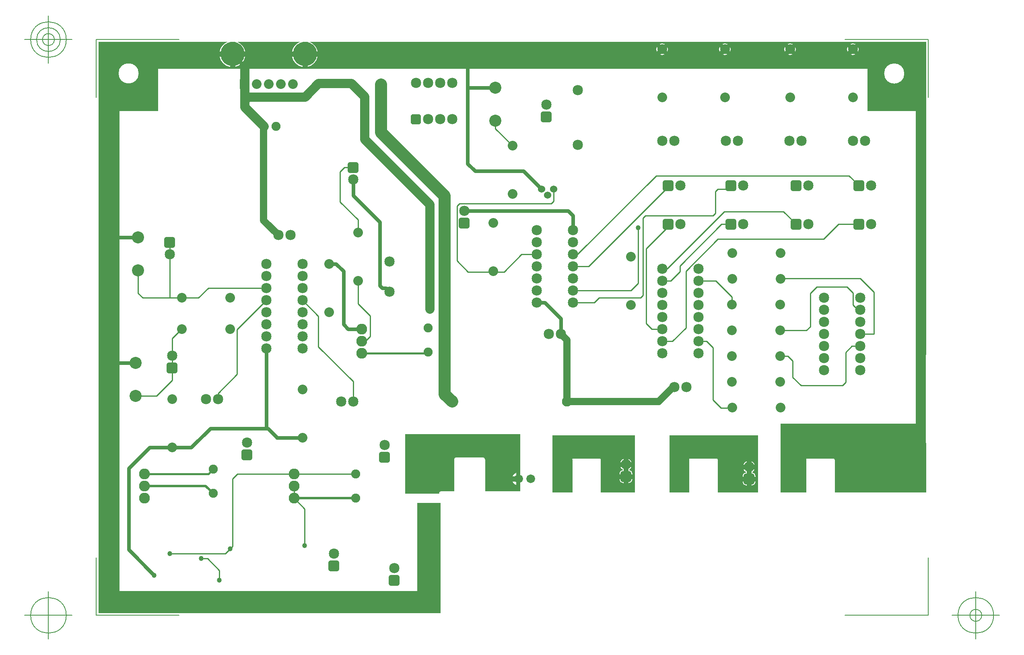
<source format=gbr>
G04 Generated by Ultiboard 14.0 *
%FSLAX24Y24*%
%MOIN*%

%ADD10C,0.0001*%
%ADD11C,0.0001*%
%ADD12C,0.0100*%
%ADD13C,0.0150*%
%ADD14C,0.0200*%
%ADD15C,0.0778*%
%ADD16C,0.0300*%
%ADD17C,0.0585*%
%ADD18C,0.1000*%
%ADD19C,0.0050*%
%ADD20C,0.0850*%
%ADD21C,0.0800*%
%ADD22C,0.0900*%
%ADD23C,0.1000*%
%ADD24R,0.0508X0.0508*%
%ADD25C,0.0392*%
%ADD26C,0.0600*%
%ADD27R,0.0517X0.0517*%
%ADD28C,0.0333*%
%ADD29C,0.0750*%
%ADD30C,0.2000*%
%ADD31R,0.0800X0.0800*%
%ADD32C,0.0833*%
%ADD33C,0.0720*%
%ADD34C,0.0404*%


G04 ColorRGB 0000FF for the following layer *
%LNCopper Bottom*%
%LPD*%
G54D10*
G36*
X101Y101D02*
X101Y101D01*
X28399Y101D01*
X28399Y9200D01*
X26500Y9200D01*
X26500Y1900D01*
X1800Y1900D01*
X1800Y42000D01*
X101Y42000D01*
X101Y101D01*
D02*
G37*
G36*
X16740Y47399D02*
X16740Y47399D01*
X11660Y47399D01*
G74*
D01*
G02X12282Y46601I459J999*
G01*
X12282Y46601D01*
X11658Y46601D01*
G75*
D01*
G02X11658Y46200I-458J-200*
G01*
X11658Y46200D01*
X12282Y46200D01*
G74*
D01*
G02X11401Y45318I1082J200*
G01*
X11401Y45318D01*
X11401Y45942D01*
G75*
D01*
G02X11000Y45942I-200J458*
G01*
X11000Y45942D01*
X11000Y45318D01*
G74*
D01*
G02X10118Y46200I200J1082*
G01*
X10118Y46200D01*
X10742Y46200D01*
G75*
D01*
G02X10742Y46601I457J201*
G01*
X10742Y46601D01*
X10118Y46601D01*
G74*
D01*
G02X10740Y47399I1081J201*
G01*
X10740Y47399D01*
X4970Y47399D01*
X4970Y45200D01*
X64100Y45200D01*
X64000Y47399D01*
X17660Y47399D01*
G74*
D01*
G02X18282Y46601I459J999*
G01*
X18282Y46601D01*
X17658Y46601D01*
G75*
D01*
G02X17658Y46200I-458J-200*
G01*
X17658Y46200D01*
X18282Y46200D01*
G74*
D01*
G02X17401Y45318I1082J200*
G01*
X17401Y45318D01*
X17401Y45942D01*
G75*
D01*
G02X17000Y45942I-200J458*
G01*
X17000Y45942D01*
X17000Y45318D01*
G74*
D01*
G02X16118Y46200I200J1082*
G01*
X16118Y46200D01*
X16742Y46200D01*
G75*
D01*
G02X16742Y46601I457J201*
G01*
X16742Y46601D01*
X16118Y46601D01*
G74*
D01*
G02X16740Y47399I1081J201*
G01*
D02*
G37*
%LPC*%
G36*
X46344Y47005D02*
X46344Y47005D01*
X46549Y46800D01*
X46344Y46595D01*
G75*
D01*
G02X46344Y47005I455J205*
G01*
D02*
G37*
G36*
X46595Y47256D02*
G75*
D01*
G02X47005Y47256I205J-455*
G01*
X47005Y47256D01*
X46800Y47051D01*
X46595Y47256D01*
D02*
G37*
G36*
X47256Y47005D02*
G75*
D01*
G02X47256Y46595I-455J-205*
G01*
X47256Y46595D01*
X47051Y46800D01*
X47256Y47005D01*
D02*
G37*
G36*
X47005Y46344D02*
G75*
D01*
G02X46595Y46344I-205J455*
G01*
X46595Y46344D01*
X46800Y46549D01*
X47005Y46344D01*
D02*
G37*
G36*
X46625Y46800D02*
G75*
D01*
G02X46625Y46800I175J0*
G01*
D02*
G37*
G36*
X51544Y47005D02*
X51544Y47005D01*
X51749Y46800D01*
X51544Y46595D01*
G75*
D01*
G02X51544Y47005I455J205*
G01*
D02*
G37*
G36*
X51795Y47256D02*
G75*
D01*
G02X52205Y47256I205J-455*
G01*
X52205Y47256D01*
X52000Y47051D01*
X51795Y47256D01*
D02*
G37*
G36*
X52456Y47005D02*
G75*
D01*
G02X52456Y46595I-455J-205*
G01*
X52456Y46595D01*
X52251Y46800D01*
X52456Y47005D01*
D02*
G37*
G36*
X52205Y46344D02*
G75*
D01*
G02X51795Y46344I-205J455*
G01*
X51795Y46344D01*
X52000Y46549D01*
X52205Y46344D01*
D02*
G37*
G36*
X51825Y46800D02*
G75*
D01*
G02X51825Y46800I175J0*
G01*
D02*
G37*
G36*
X56944Y47005D02*
X56944Y47005D01*
X57149Y46800D01*
X56944Y46595D01*
G75*
D01*
G02X56944Y47005I455J205*
G01*
D02*
G37*
G36*
X57195Y47256D02*
G75*
D01*
G02X57605Y47256I205J-455*
G01*
X57605Y47256D01*
X57400Y47051D01*
X57195Y47256D01*
D02*
G37*
G36*
X57856Y47005D02*
G75*
D01*
G02X57856Y46595I-455J-205*
G01*
X57856Y46595D01*
X57651Y46800D01*
X57856Y47005D01*
D02*
G37*
G36*
X57605Y46344D02*
G75*
D01*
G02X57195Y46344I-205J455*
G01*
X57195Y46344D01*
X57400Y46549D01*
X57605Y46344D01*
D02*
G37*
G36*
X57225Y46800D02*
G75*
D01*
G02X57225Y46800I175J0*
G01*
D02*
G37*
G36*
X62144Y47005D02*
X62144Y47005D01*
X62349Y46800D01*
X62144Y46595D01*
G75*
D01*
G02X62144Y47005I455J205*
G01*
D02*
G37*
G36*
X62395Y47256D02*
G75*
D01*
G02X62805Y47256I205J-455*
G01*
X62805Y47256D01*
X62600Y47051D01*
X62395Y47256D01*
D02*
G37*
G36*
X63056Y47005D02*
G75*
D01*
G02X63056Y46595I-455J-205*
G01*
X63056Y46595D01*
X62851Y46800D01*
X63056Y47005D01*
D02*
G37*
G36*
X62805Y46344D02*
G75*
D01*
G02X62395Y46344I-205J455*
G01*
X62395Y46344D01*
X62600Y46549D01*
X62805Y46344D01*
D02*
G37*
G36*
X62425Y46800D02*
G75*
D01*
G02X62425Y46800I175J0*
G01*
D02*
G37*
%LPD*%
G36*
X58810Y12911D02*
G75*
D01*
G03X58709Y12810I0J-101*
G01*
X58709Y12810D01*
X58709Y10101D01*
X56600Y10101D01*
X56600Y15780D01*
X68600Y15790D01*
X68649Y12626D01*
X68649Y10101D01*
X61101Y10101D01*
X61101Y12810D01*
G74*
D01*
G03X61000Y12911I101J0*
G01*
X61000Y12911D01*
X58810Y12911D01*
D02*
G37*
G36*
X29549Y12810D02*
G75*
D01*
G02X29750Y13011I201J0*
G01*
X29750Y13011D01*
X31940Y13011D01*
G74*
D01*
G02X32141Y12810I0J201*
G01*
X32141Y12810D01*
X32141Y10201D01*
X35000Y10201D01*
X35000Y10960D01*
G75*
D01*
G02X35000Y11440I-100J240*
G01*
X35000Y11440D01*
X35000Y14900D01*
X25500Y14900D01*
X25500Y10000D01*
X28299Y10000D01*
G75*
D01*
G02X28500Y10201I201J0*
G01*
X28500Y10201D01*
X29549Y10201D01*
X29549Y12810D01*
D02*
G37*
%LPC*%
G36*
X34376Y11399D02*
G74*
D01*
G02X34701Y11724I524J199*
G01*
X34701Y11724D01*
X34701Y11399D01*
X34376Y11399D01*
D02*
G37*
G36*
X34701Y10676D02*
G74*
D01*
G02X34376Y11001I199J524*
G01*
X34376Y11001D01*
X34701Y11001D01*
X34701Y10676D01*
D02*
G37*
%LPD*%
G36*
X49120Y12911D02*
G75*
D01*
G03X49019Y12810I0J-101*
G01*
X49019Y12810D01*
X49019Y10101D01*
X47400Y10101D01*
X47400Y14800D01*
X54700Y14800D01*
X54700Y10101D01*
X51411Y10101D01*
X51411Y12810D01*
G74*
D01*
G03X51310Y12911I101J0*
G01*
X51310Y12911D01*
X49120Y12911D01*
D02*
G37*
%LPC*%
G36*
X53746Y10648D02*
X53746Y10648D01*
X53804Y10648D01*
X53804Y11004D01*
X53448Y11004D01*
X53448Y10946D01*
G75*
D01*
G03X53746Y10648I298J0*
G01*
D02*
G37*
G36*
X54254Y10648D02*
G75*
D01*
G03X54552Y10946I0J298*
G01*
X54552Y10946D01*
X54552Y11004D01*
X54196Y11004D01*
X54196Y10648D01*
X54254Y10648D01*
D02*
G37*
G36*
X53800Y11200D02*
G75*
D01*
G03X53800Y11200I200J0*
G01*
D02*
G37*
G36*
X53509Y12386D02*
X53509Y12386D01*
X53814Y12386D01*
X53814Y12691D01*
G74*
D01*
G03X53509Y12386I186J491*
G01*
D02*
G37*
G36*
X54186Y12691D02*
X54186Y12691D01*
X54186Y12386D01*
X54491Y12386D01*
G74*
D01*
G03X54186Y12691I491J186*
G01*
D02*
G37*
G36*
X54196Y11713D02*
X54196Y11713D01*
X54196Y11396D01*
X54552Y11396D01*
X54552Y11454D01*
G74*
D01*
G03X54273Y11751I298J0*
G01*
G74*
D01*
G03X54491Y12014I273J448*
G01*
X54491Y12014D01*
X54186Y12014D01*
X54186Y11709D01*
G74*
D01*
G03X54196Y11713I190J489*
G01*
D02*
G37*
G36*
X53804Y11713D02*
G74*
D01*
G03X53814Y11709I200J484*
G01*
X53814Y11709D01*
X53814Y12014D01*
X53509Y12014D01*
G74*
D01*
G03X53727Y11751I491J185*
G01*
G74*
D01*
G03X53448Y11454I18J296*
G01*
X53448Y11454D01*
X53448Y11396D01*
X53804Y11396D01*
X53804Y11713D01*
D02*
G37*
G36*
X53825Y12200D02*
G75*
D01*
G03X53825Y12200I175J0*
G01*
D02*
G37*
%LPD*%
G36*
X39440Y12911D02*
G75*
D01*
G03X39339Y12810I0J-101*
G01*
X39339Y12810D01*
X39339Y10101D01*
X37700Y10101D01*
X37700Y14800D01*
X44500Y14800D01*
X44500Y10101D01*
X41731Y10101D01*
X41731Y12810D01*
G74*
D01*
G03X41630Y12911I101J0*
G01*
X41630Y12911D01*
X39440Y12911D01*
D02*
G37*
%LPC*%
G36*
X43546Y10848D02*
X43546Y10848D01*
X43604Y10848D01*
X43604Y11204D01*
X43248Y11204D01*
X43248Y11146D01*
G75*
D01*
G03X43546Y10848I298J0*
G01*
D02*
G37*
G36*
X44054Y10848D02*
G75*
D01*
G03X44352Y11146I0J298*
G01*
X44352Y11146D01*
X44352Y11204D01*
X43996Y11204D01*
X43996Y10848D01*
X44054Y10848D01*
D02*
G37*
G36*
X43600Y11400D02*
G75*
D01*
G03X43600Y11400I200J0*
G01*
D02*
G37*
G36*
X43309Y12586D02*
X43309Y12586D01*
X43614Y12586D01*
X43614Y12891D01*
G74*
D01*
G03X43309Y12586I186J491*
G01*
D02*
G37*
G36*
X43986Y12891D02*
X43986Y12891D01*
X43986Y12586D01*
X44291Y12586D01*
G74*
D01*
G03X43986Y12891I491J186*
G01*
D02*
G37*
G36*
X43996Y11913D02*
X43996Y11913D01*
X43996Y11596D01*
X44352Y11596D01*
X44352Y11654D01*
G74*
D01*
G03X44073Y11951I298J0*
G01*
G74*
D01*
G03X44291Y12214I273J448*
G01*
X44291Y12214D01*
X43986Y12214D01*
X43986Y11909D01*
G74*
D01*
G03X43996Y11913I190J489*
G01*
D02*
G37*
G36*
X43604Y11913D02*
G74*
D01*
G03X43614Y11909I200J484*
G01*
X43614Y11909D01*
X43614Y12214D01*
X43309Y12214D01*
G74*
D01*
G03X43527Y11951I491J185*
G01*
G74*
D01*
G03X43248Y11654I18J296*
G01*
X43248Y11654D01*
X43248Y11596D01*
X43604Y11596D01*
X43604Y11913D01*
D02*
G37*
G36*
X43625Y12400D02*
G75*
D01*
G03X43625Y12400I175J0*
G01*
D02*
G37*
%LPD*%
G36*
X101Y47399D02*
X101Y47399D01*
X5000Y47399D01*
X5000Y41700D01*
X101Y41700D01*
X101Y47399D01*
D02*
G37*
%LPC*%
G36*
X1750Y44800D02*
G75*
D01*
G03X1750Y44800I850J0*
G01*
D02*
G37*
%LPD*%
G36*
X68649Y47399D02*
X68649Y47399D01*
X63800Y47399D01*
X63800Y47300D01*
X63800Y47300D01*
X63800Y41700D01*
X68649Y41700D01*
X68649Y47399D01*
D02*
G37*
%LPC*%
G36*
X65180Y44790D02*
G75*
D01*
G02X65180Y44790I850J0*
G01*
D02*
G37*
%LPD*%
G36*
X68649Y28149D02*
X68649Y28149D01*
X68649Y42000D01*
X67800Y42000D01*
X67800Y14800D01*
X68600Y14700D01*
X68649Y28149D01*
D02*
G37*
G36*
X11401Y46858D02*
X11401Y46858D01*
X11401Y47399D01*
X11000Y47399D01*
X11000Y46858D01*
G75*
D01*
G02X11401Y46858I201J-457*
G01*
D02*
G37*
G36*
X17401Y46858D02*
X17401Y46858D01*
X17401Y47399D01*
X17000Y47399D01*
X17000Y46858D01*
G75*
D01*
G02X17401Y46858I201J-457*
G01*
D02*
G37*
G54D11*
X65180Y44790D02*
G75*
D01*
G02X65180Y44790I850J0*
G01*
X68649Y47399D02*
X63800Y47399D01*
X63800Y47300D01*
X63800Y47300D01*
X63800Y41700D01*
X68649Y41700D01*
X68649Y47399D01*
X68649Y28149D02*
X68649Y42000D01*
X67800Y42000D01*
X67800Y14800D01*
X68600Y14700D01*
X68649Y28149D01*
X1750Y44800D02*
G75*
D01*
G03X1750Y44800I850J0*
G01*
X101Y47399D02*
X5000Y47399D01*
X5000Y41700D01*
X101Y41700D01*
X101Y47399D01*
X43546Y10848D02*
X43604Y10848D01*
X43604Y11204D01*
X43248Y11204D01*
X43248Y11146D01*
G75*
D01*
G03X43546Y10848I298J0*
G01*
X44054Y10848D02*
G75*
D01*
G03X44352Y11146I0J298*
G01*
X44352Y11204D01*
X43996Y11204D01*
X43996Y10848D01*
X44054Y10848D01*
X43600Y11400D02*
G75*
D01*
G03X43600Y11400I200J0*
G01*
X43309Y12586D02*
X43614Y12586D01*
X43614Y12891D01*
G74*
D01*
G03X43309Y12586I186J491*
G01*
X43986Y12891D02*
X43986Y12586D01*
X44291Y12586D01*
G74*
D01*
G03X43986Y12891I491J186*
G01*
X43996Y11913D02*
X43996Y11596D01*
X44352Y11596D01*
X44352Y11654D01*
G74*
D01*
G03X44073Y11951I298J0*
G01*
G74*
D01*
G03X44291Y12214I273J448*
G01*
X43986Y12214D01*
X43986Y11909D01*
G74*
D01*
G03X43996Y11913I190J489*
G01*
X43604Y11913D02*
G74*
D01*
G03X43614Y11909I200J484*
G01*
X43614Y12214D01*
X43309Y12214D01*
G74*
D01*
G03X43527Y11951I491J185*
G01*
G74*
D01*
G03X43248Y11654I18J296*
G01*
X43248Y11596D01*
X43604Y11596D01*
X43604Y11913D01*
X43625Y12400D02*
G75*
D01*
G03X43625Y12400I175J0*
G01*
X39440Y12911D02*
G75*
D01*
G03X39339Y12810I0J-101*
G01*
X39339Y10101D01*
X37700Y10101D01*
X37700Y14800D01*
X44500Y14800D01*
X44500Y10101D01*
X41731Y10101D01*
X41731Y12810D01*
G74*
D01*
G03X41630Y12911I101J0*
G01*
X39440Y12911D01*
X34376Y11399D02*
G74*
D01*
G02X34701Y11724I524J199*
G01*
X34701Y11399D01*
X34376Y11399D01*
X34701Y10676D02*
G74*
D01*
G02X34376Y11001I199J524*
G01*
X34701Y11001D01*
X34701Y10676D01*
X29549Y12810D02*
G75*
D01*
G02X29750Y13011I201J0*
G01*
X31940Y13011D01*
G74*
D01*
G02X32141Y12810I0J201*
G01*
X32141Y10201D01*
X35000Y10201D01*
X35000Y10960D01*
G75*
D01*
G02X35000Y11440I-100J240*
G01*
X35000Y14900D01*
X25500Y14900D01*
X25500Y10000D01*
X28299Y10000D01*
G75*
D01*
G02X28500Y10201I201J0*
G01*
X29549Y10201D01*
X29549Y12810D01*
X53746Y10648D02*
X53804Y10648D01*
X53804Y11004D01*
X53448Y11004D01*
X53448Y10946D01*
G75*
D01*
G03X53746Y10648I298J0*
G01*
X54254Y10648D02*
G75*
D01*
G03X54552Y10946I0J298*
G01*
X54552Y11004D01*
X54196Y11004D01*
X54196Y10648D01*
X54254Y10648D01*
X53800Y11200D02*
G75*
D01*
G03X53800Y11200I200J0*
G01*
X53509Y12386D02*
X53814Y12386D01*
X53814Y12691D01*
G74*
D01*
G03X53509Y12386I186J491*
G01*
X54186Y12691D02*
X54186Y12386D01*
X54491Y12386D01*
G74*
D01*
G03X54186Y12691I491J186*
G01*
X54196Y11713D02*
X54196Y11396D01*
X54552Y11396D01*
X54552Y11454D01*
G74*
D01*
G03X54273Y11751I298J0*
G01*
G74*
D01*
G03X54491Y12014I273J448*
G01*
X54186Y12014D01*
X54186Y11709D01*
G74*
D01*
G03X54196Y11713I190J489*
G01*
X53804Y11713D02*
G74*
D01*
G03X53814Y11709I200J484*
G01*
X53814Y12014D01*
X53509Y12014D01*
G74*
D01*
G03X53727Y11751I491J185*
G01*
G74*
D01*
G03X53448Y11454I18J296*
G01*
X53448Y11396D01*
X53804Y11396D01*
X53804Y11713D01*
X53825Y12200D02*
G75*
D01*
G03X53825Y12200I175J0*
G01*
X49120Y12911D02*
G75*
D01*
G03X49019Y12810I0J-101*
G01*
X49019Y10101D01*
X47400Y10101D01*
X47400Y14800D01*
X54700Y14800D01*
X54700Y10101D01*
X51411Y10101D01*
X51411Y12810D01*
G74*
D01*
G03X51310Y12911I101J0*
G01*
X49120Y12911D01*
X101Y101D02*
X28399Y101D01*
X28399Y9200D01*
X26500Y9200D01*
X26500Y1900D01*
X1800Y1900D01*
X1800Y42000D01*
X101Y42000D01*
X101Y101D01*
X46344Y47005D02*
X46549Y46800D01*
X46344Y46595D01*
G75*
D01*
G02X46344Y47005I455J205*
G01*
X46595Y47256D02*
G75*
D01*
G02X47005Y47256I205J-455*
G01*
X46800Y47051D01*
X46595Y47256D01*
X47256Y47005D02*
G75*
D01*
G02X47256Y46595I-455J-205*
G01*
X47051Y46800D01*
X47256Y47005D01*
X47005Y46344D02*
G75*
D01*
G02X46595Y46344I-205J455*
G01*
X46800Y46549D01*
X47005Y46344D01*
X46625Y46800D02*
G75*
D01*
G02X46625Y46800I175J0*
G01*
X51544Y47005D02*
X51749Y46800D01*
X51544Y46595D01*
G75*
D01*
G02X51544Y47005I455J205*
G01*
X51795Y47256D02*
G75*
D01*
G02X52205Y47256I205J-455*
G01*
X52000Y47051D01*
X51795Y47256D01*
X52456Y47005D02*
G75*
D01*
G02X52456Y46595I-455J-205*
G01*
X52251Y46800D01*
X52456Y47005D01*
X52205Y46344D02*
G75*
D01*
G02X51795Y46344I-205J455*
G01*
X52000Y46549D01*
X52205Y46344D01*
X51825Y46800D02*
G75*
D01*
G02X51825Y46800I175J0*
G01*
X56944Y47005D02*
X57149Y46800D01*
X56944Y46595D01*
G75*
D01*
G02X56944Y47005I455J205*
G01*
X57195Y47256D02*
G75*
D01*
G02X57605Y47256I205J-455*
G01*
X57400Y47051D01*
X57195Y47256D01*
X57856Y47005D02*
G75*
D01*
G02X57856Y46595I-455J-205*
G01*
X57651Y46800D01*
X57856Y47005D01*
X57605Y46344D02*
G75*
D01*
G02X57195Y46344I-205J455*
G01*
X57400Y46549D01*
X57605Y46344D01*
X57225Y46800D02*
G75*
D01*
G02X57225Y46800I175J0*
G01*
X62144Y47005D02*
X62349Y46800D01*
X62144Y46595D01*
G75*
D01*
G02X62144Y47005I455J205*
G01*
X62395Y47256D02*
G75*
D01*
G02X62805Y47256I205J-455*
G01*
X62600Y47051D01*
X62395Y47256D01*
X63056Y47005D02*
G75*
D01*
G02X63056Y46595I-455J-205*
G01*
X62851Y46800D01*
X63056Y47005D01*
X62805Y46344D02*
G75*
D01*
G02X62395Y46344I-205J455*
G01*
X62600Y46549D01*
X62805Y46344D01*
X62425Y46800D02*
G75*
D01*
G02X62425Y46800I175J0*
G01*
X16740Y47399D02*
X11660Y47399D01*
G74*
D01*
G02X12282Y46601I459J999*
G01*
X11658Y46601D01*
G75*
D01*
G02X11658Y46200I-458J-200*
G01*
X12282Y46200D01*
G74*
D01*
G02X11401Y45318I1082J200*
G01*
X11401Y45942D01*
G75*
D01*
G02X11000Y45942I-200J458*
G01*
X11000Y45318D01*
G74*
D01*
G02X10118Y46200I200J1082*
G01*
X10742Y46200D01*
G75*
D01*
G02X10742Y46601I457J201*
G01*
X10118Y46601D01*
G74*
D01*
G02X10740Y47399I1081J201*
G01*
X4970Y47399D01*
X4970Y45200D01*
X64100Y45200D01*
X64000Y47399D01*
X17660Y47399D01*
G74*
D01*
G02X18282Y46601I459J999*
G01*
X17658Y46601D01*
G75*
D01*
G02X17658Y46200I-458J-200*
G01*
X18282Y46200D01*
G74*
D01*
G02X17401Y45318I1082J200*
G01*
X17401Y45942D01*
G75*
D01*
G02X17000Y45942I-200J458*
G01*
X17000Y45318D01*
G74*
D01*
G02X16118Y46200I200J1082*
G01*
X16742Y46200D01*
G75*
D01*
G02X16742Y46601I457J201*
G01*
X16118Y46601D01*
G74*
D01*
G02X16740Y47399I1081J201*
G01*
X11401Y46858D02*
X11401Y47399D01*
X11000Y47399D01*
X11000Y46858D01*
G75*
D01*
G02X11401Y46858I201J-457*
G01*
X17401Y46858D02*
X17401Y47399D01*
X17000Y47399D01*
X17000Y46858D01*
G75*
D01*
G02X17401Y46858I201J-457*
G01*
X58810Y12911D02*
G75*
D01*
G03X58709Y12810I0J-101*
G01*
X58709Y10101D01*
X56600Y10101D01*
X56600Y15780D01*
X68600Y15790D01*
X68649Y12626D01*
X68649Y10101D01*
X61101Y10101D01*
X61101Y12810D01*
G74*
D01*
G03X61000Y12911I101J0*
G01*
X58810Y12911D01*
G54D12*
X39795Y29800D02*
X39400Y29800D01*
X47300Y35400D02*
X40700Y28800D01*
X39400Y28800D01*
X47300Y35400D02*
X47300Y35500D01*
X34400Y38800D02*
X32980Y40220D01*
X32980Y40890D01*
X21400Y11600D02*
X16300Y11600D01*
X48280Y28855D02*
X51730Y32305D01*
X48280Y28375D02*
X48280Y28855D01*
X47200Y28600D02*
X51945Y33345D01*
X56855Y33345D01*
X17190Y5670D02*
X17190Y8710D01*
X16300Y9600D01*
X39795Y29800D02*
X46325Y36330D01*
X62270Y36330D01*
X63100Y35500D01*
X6964Y23594D02*
X6964Y23636D01*
X6225Y22855D02*
X6964Y23594D01*
X6964Y23636D02*
X7000Y23600D01*
X60180Y31070D02*
X51416Y31070D01*
X64360Y23229D02*
X64331Y23200D01*
X63200Y23200D02*
X64331Y23200D01*
X6000Y26229D02*
X6000Y30800D01*
X64360Y26680D02*
X63216Y27824D01*
X64360Y23229D02*
X64360Y26680D01*
X63216Y27824D02*
X56560Y27824D01*
X4920Y18090D02*
X3180Y18090D01*
X6200Y20400D02*
X6200Y19370D01*
X4920Y18090D01*
X9150Y4600D02*
X10120Y3630D01*
X10120Y2870D01*
X9150Y4600D02*
X8600Y4600D01*
X10000Y18274D02*
X10000Y17800D01*
X11595Y23595D02*
X14000Y26000D01*
X11595Y20020D02*
X11595Y23595D01*
X11598Y19992D02*
X11598Y19872D01*
X10000Y18274D01*
X51260Y27600D02*
X49800Y27600D01*
X52570Y26290D02*
X51260Y27600D01*
X52570Y25830D02*
X52570Y26290D01*
X52571Y25632D02*
X52571Y25829D01*
X11000Y5400D02*
X10600Y5000D01*
X11200Y5600D02*
X11000Y5400D01*
X10600Y5000D02*
X6000Y5000D01*
X11200Y11200D02*
X11200Y5600D01*
X11605Y11605D02*
X11200Y11200D01*
X16395Y11605D02*
X11605Y11605D01*
X16395Y11605D02*
X16400Y11600D01*
X16300Y9600D02*
X16300Y10600D01*
X21600Y32670D02*
X21600Y31600D01*
X21600Y32670D02*
X20120Y34150D01*
X20120Y36641D01*
X20489Y37010D01*
X21190Y37010D01*
X21200Y37000D01*
X18310Y24690D02*
X17000Y26000D01*
X18310Y22160D02*
X18310Y24690D01*
X21200Y19270D02*
X18310Y22160D01*
X21200Y17600D02*
X21200Y19270D01*
X21600Y25710D02*
X21600Y27600D01*
X22600Y24710D02*
X21600Y25710D01*
X22600Y23000D02*
X22600Y24710D01*
X22200Y22600D02*
X22600Y23000D01*
X21900Y22600D02*
X22200Y22600D01*
X6225Y22855D02*
X6225Y20600D01*
X6000Y26200D02*
X8390Y26200D01*
X3775Y26200D02*
X5971Y26200D01*
X6000Y26229D01*
X8390Y26200D02*
X9220Y27030D01*
X3775Y26200D02*
X3380Y26595D01*
X9220Y27030D02*
X13970Y27030D01*
X3380Y26595D02*
X3380Y28490D01*
X13970Y27030D02*
X14000Y27000D01*
X44200Y26800D02*
X39400Y26800D01*
X44800Y27400D02*
X44200Y26800D01*
X44800Y32000D02*
X44800Y27400D01*
X41180Y25800D02*
X39400Y25800D01*
X41590Y26210D02*
X41180Y25800D01*
X45010Y26210D02*
X41590Y26210D01*
X45200Y26400D02*
X45010Y26210D01*
X45200Y32800D02*
X45200Y26400D01*
X45400Y33000D02*
X45200Y32800D01*
X51000Y33000D02*
X45400Y33000D01*
X51200Y33200D02*
X51000Y33000D01*
X51200Y35000D02*
X51200Y33200D01*
X51400Y35200D02*
X51200Y35000D01*
X52200Y35200D02*
X51400Y35200D01*
X52500Y35500D02*
X52200Y35200D01*
X36400Y29800D02*
X35160Y29800D01*
X33720Y28360D01*
X32910Y28360D01*
X32800Y28470D01*
X32690Y28360D02*
X32800Y28470D01*
X32690Y28360D02*
X30720Y28360D01*
X29800Y29280D01*
X29800Y33800D01*
X30000Y34000D01*
X37600Y34000D01*
X37800Y34200D01*
X37800Y35200D01*
X58761Y23500D02*
X56572Y23500D01*
X59090Y23829D02*
X58761Y23500D01*
X59090Y26590D02*
X59090Y23829D01*
X59600Y27100D02*
X59090Y26590D01*
X62100Y27100D02*
X59600Y27100D01*
X62600Y26600D02*
X62100Y27100D01*
X62600Y25600D02*
X62600Y26600D01*
X63000Y25200D02*
X62600Y25600D01*
X63200Y25200D02*
X63000Y25200D01*
X57213Y21367D02*
X56571Y21367D01*
X57610Y20970D02*
X57213Y21367D01*
X57610Y19629D02*
X57610Y20970D01*
X57610Y19629D02*
X58299Y18940D01*
X61740Y18940D02*
X58299Y18940D01*
X62000Y19200D02*
X61740Y18940D01*
X62000Y21690D02*
X62000Y19200D01*
X62510Y22200D02*
X62000Y21690D01*
X63200Y22200D02*
X62510Y22200D01*
X47665Y22600D02*
X46800Y22600D01*
X48775Y23710D02*
X47665Y22600D01*
X48775Y28429D02*
X48775Y23710D01*
X51416Y31070D02*
X48775Y28429D01*
X61410Y32300D02*
X60180Y31070D01*
X63100Y32300D02*
X61410Y32300D01*
X47200Y28600D02*
X46800Y28600D01*
X56855Y33345D02*
X57900Y32300D01*
X47505Y27600D02*
X46800Y27600D01*
X47505Y27600D02*
X48280Y28375D01*
X52495Y32305D02*
X51730Y32305D01*
X52495Y32305D02*
X52500Y32300D01*
X45960Y23600D02*
X46800Y23600D01*
X45470Y24090D02*
X45960Y23600D01*
X45470Y30270D02*
X45470Y24090D01*
X47300Y32100D02*
X45470Y30270D01*
X47300Y32300D02*
X47300Y32100D01*
X50480Y22600D02*
X49800Y22600D01*
X51010Y22070D02*
X50480Y22600D01*
X51010Y17740D02*
X51010Y22070D01*
X51670Y17080D02*
X51010Y17740D01*
X52579Y17080D02*
X51670Y17080D01*
X52579Y17080D02*
X52600Y17101D01*
X3410Y31230D02*
X3380Y31200D01*
G54D13*
X9200Y11600D02*
X9600Y12000D01*
X21900Y21600D02*
X27300Y21600D01*
X27400Y21700D01*
X9200Y11600D02*
X3880Y11600D01*
G54D14*
X21400Y9600D02*
X16270Y9600D01*
X9600Y10000D02*
X8970Y10630D01*
X3910Y10630D01*
G54D15*
X18320Y43970D02*
X21060Y43970D01*
X18320Y43970D02*
X17200Y42850D01*
X12480Y42850D01*
X12200Y42000D02*
X12200Y45400D01*
X12480Y42850D02*
X12200Y42570D01*
X12200Y42000D02*
X13800Y40400D01*
X12200Y45400D02*
X12170Y45430D01*
X21060Y43970D02*
X22150Y42880D01*
X22150Y39340D01*
X27550Y33940D01*
X27550Y25270D01*
G54D16*
X12170Y45430D02*
X11200Y46400D01*
X13800Y40400D02*
X13800Y38430D01*
X13800Y38430D02*
X13790Y38420D01*
X30670Y37330D02*
X30670Y45510D01*
X30670Y37330D02*
X31300Y36700D01*
X32980Y43600D02*
X30670Y43600D01*
X3180Y20800D02*
X1370Y20800D01*
X3380Y31200D02*
X1640Y31200D01*
X31300Y36700D02*
X35300Y36700D01*
X35300Y36700D02*
X36800Y35200D01*
X14000Y22000D02*
X14000Y15430D01*
X38400Y24480D02*
X37080Y25800D01*
X14890Y14650D02*
X14150Y15390D01*
X9380Y15390D01*
X14000Y15430D02*
X13960Y15390D01*
X37080Y25800D02*
X36400Y25800D01*
X14890Y14600D02*
X14890Y14650D01*
X17000Y14600D02*
X14900Y14600D01*
X14890Y14610D01*
X9380Y15390D02*
X7790Y13800D01*
X4340Y13800D02*
X7790Y13800D01*
X4340Y13800D02*
X2620Y12080D01*
X2620Y5340D01*
X4730Y3230D01*
X24200Y26700D02*
X23900Y27000D01*
X23600Y27000D01*
X23400Y27200D01*
X23400Y32480D01*
X21200Y34680D01*
X21200Y36000D01*
X39400Y31800D02*
X39400Y33000D01*
X39000Y33400D01*
X30400Y33400D01*
X19795Y29005D02*
X19205Y29005D01*
X20400Y28400D02*
X19795Y29005D01*
X20400Y24000D02*
X20400Y28400D01*
X20795Y23605D02*
X20400Y24000D01*
X21595Y23605D02*
X20795Y23605D01*
X21800Y23600D02*
X21600Y23600D01*
X38400Y23200D02*
X38400Y24480D01*
G54D17*
X13790Y40412D02*
X13790Y32610D01*
X13790Y32610D02*
X15000Y31400D01*
X38900Y17600D02*
X38900Y22700D01*
X38900Y22700D02*
X38400Y23200D01*
X46530Y17610D02*
X47720Y18800D01*
X47720Y18800D02*
X47800Y18800D01*
X38910Y17610D02*
X46530Y17610D01*
G54D18*
X23510Y43890D02*
X23510Y39930D01*
X28790Y34650D01*
X28790Y18210D02*
X28790Y34650D01*
X28790Y18210D02*
X29400Y17600D01*
G54D19*
X-100Y-100D02*
X-100Y4670D01*
X-100Y-100D02*
X6795Y-100D01*
X68850Y-100D02*
X61955Y-100D01*
X68850Y-100D02*
X68850Y4670D01*
X68850Y47600D02*
X68850Y42830D01*
X68850Y47600D02*
X61955Y47600D01*
X-100Y47600D02*
X6795Y47600D01*
X-100Y47600D02*
X-100Y42830D01*
X-2069Y-100D02*
X-6006Y-100D01*
X-4037Y-2069D02*
X-4037Y1869D01*
X-5513Y-100D02*
G75*
D01*
G02X-5513Y-100I1476J0*
G01*
X70819Y-100D02*
X74756Y-100D01*
X72787Y-2069D02*
X72787Y1869D01*
X71311Y-100D02*
G75*
D01*
G02X71311Y-100I1476J0*
G01*
X72295Y-100D02*
G75*
D01*
G02X72295Y-100I492J0*
G01*
X-2069Y47600D02*
X-6006Y47600D01*
X-4037Y45631D02*
X-4037Y49569D01*
X-5513Y47600D02*
G75*
D01*
G02X-5513Y47600I1476J0*
G01*
X-5021Y47600D02*
G75*
D01*
G02X-5021Y47600I984J0*
G01*
X-4529Y47600D02*
G75*
D01*
G02X-4529Y47600I492J0*
G01*
G54D20*
X9000Y17800D03*
X10000Y17800D03*
X6200Y21400D03*
X14000Y22000D03*
X17000Y22000D03*
X14000Y23000D03*
X17000Y23000D03*
X14000Y24000D03*
X17000Y24000D03*
X14000Y25000D03*
X17000Y25000D03*
X14000Y26000D03*
X17000Y26000D03*
X14000Y27000D03*
X17000Y27000D03*
X14000Y28000D03*
X17000Y28000D03*
X14000Y29000D03*
X17000Y29000D03*
X16000Y31400D03*
X15000Y31400D03*
X20200Y17600D03*
X21200Y17600D03*
X24200Y26700D03*
X24200Y29200D03*
X6000Y29800D03*
X37200Y42200D03*
X46800Y21600D03*
X49800Y21600D03*
X46800Y22600D03*
X49800Y22600D03*
X46800Y23600D03*
X49800Y23600D03*
X46800Y24600D03*
X49800Y24600D03*
X46800Y25600D03*
X49800Y25600D03*
X46800Y26600D03*
X49800Y26600D03*
X46800Y27600D03*
X49800Y27600D03*
X46800Y28600D03*
X49800Y28600D03*
X48800Y18800D03*
X47800Y18800D03*
X19600Y5000D03*
X53500Y32300D03*
X58900Y32300D03*
X64100Y32300D03*
X27400Y41000D03*
X28400Y41000D03*
X29400Y41000D03*
X26400Y44000D03*
X27400Y44000D03*
X28400Y44000D03*
X29400Y44000D03*
X64100Y35500D03*
X48300Y35500D03*
X43800Y12400D03*
X54000Y12200D03*
X60200Y20200D03*
X63200Y20200D03*
X60200Y21200D03*
X63200Y21200D03*
X60200Y22200D03*
X63200Y22200D03*
X60200Y23200D03*
X63200Y23200D03*
X60200Y24200D03*
X63200Y24200D03*
X60200Y25200D03*
X63200Y25200D03*
X60200Y26200D03*
X63200Y26200D03*
X53500Y35500D03*
X52067Y39200D03*
X53067Y39200D03*
X46800Y39200D03*
X47800Y39200D03*
X57333Y39200D03*
X58333Y39200D03*
X62600Y39200D03*
X63600Y39200D03*
X58900Y35500D03*
X30400Y33400D03*
X48300Y32300D03*
X12400Y14200D03*
X23800Y14000D03*
X24600Y3800D03*
X38400Y23200D03*
X37400Y23200D03*
X36400Y25800D03*
X39400Y25800D03*
X36400Y26800D03*
X39400Y26800D03*
X36400Y27800D03*
X39400Y27800D03*
X36400Y28800D03*
X39400Y28800D03*
X36400Y29800D03*
X39400Y29800D03*
X36400Y30800D03*
X39400Y30800D03*
X36400Y31800D03*
X39400Y31800D03*
X39800Y38872D03*
X39800Y43400D03*
X21200Y36000D03*
G54D21*
X6200Y17800D03*
X6200Y13800D03*
X11000Y23600D03*
X7000Y23600D03*
X11000Y26200D03*
X7000Y26200D03*
X19200Y29000D03*
X19200Y25000D03*
X17000Y18600D03*
X17000Y14600D03*
X21600Y27600D03*
X21600Y31600D03*
X62600Y42800D03*
X62600Y46800D03*
X46800Y42800D03*
X46800Y46800D03*
X34400Y34800D03*
X34400Y38800D03*
X44200Y29600D03*
X44200Y25600D03*
X56600Y29898D03*
X52600Y29898D03*
X56571Y25632D03*
X52571Y25632D03*
X56571Y23499D03*
X52571Y23499D03*
X56571Y21367D03*
X52571Y21367D03*
X56600Y17101D03*
X52600Y17101D03*
X32800Y32400D03*
X32800Y28400D03*
X56600Y27765D03*
X52600Y27765D03*
X52000Y42800D03*
X52000Y46800D03*
X57400Y42800D03*
X57400Y46800D03*
X13200Y43900D03*
X14200Y43900D03*
X15200Y43900D03*
X16200Y43900D03*
X56571Y19234D03*
X52571Y19234D03*
G54D22*
X3900Y10600D03*
X3900Y11600D03*
X3900Y9600D03*
X21900Y23600D03*
X21900Y22600D03*
X21900Y21600D03*
X16300Y10600D03*
X16300Y11600D03*
X16300Y9600D03*
G54D23*
X3180Y20800D03*
X3180Y18090D03*
X3380Y31200D03*
X3380Y28490D03*
X32980Y43600D03*
X32980Y40890D03*
G54D24*
X6200Y20400D03*
X6000Y30800D03*
X37200Y41200D03*
X19600Y4000D03*
X52500Y32300D03*
X57900Y32300D03*
X63100Y32300D03*
X63100Y35500D03*
X47300Y35500D03*
X43800Y11400D03*
X54000Y11200D03*
X52500Y35500D03*
X57900Y35500D03*
X30400Y32400D03*
X47300Y32300D03*
X12400Y13200D03*
X23800Y13000D03*
X24600Y2800D03*
X21200Y37000D03*
G54D25*
X5946Y20146D02*
X6454Y20146D01*
X6454Y20654D01*
X5946Y20654D01*
X5946Y20146D01*D02*
X5746Y30546D02*
X6254Y30546D01*
X6254Y31054D01*
X5746Y31054D01*
X5746Y30546D01*D02*
X36946Y40946D02*
X37454Y40946D01*
X37454Y41454D01*
X36946Y41454D01*
X36946Y40946D01*D02*
X19346Y3746D02*
X19854Y3746D01*
X19854Y4254D01*
X19346Y4254D01*
X19346Y3746D01*D02*
X52246Y32046D02*
X52754Y32046D01*
X52754Y32554D01*
X52246Y32554D01*
X52246Y32046D01*D02*
X57646Y32046D02*
X58154Y32046D01*
X58154Y32554D01*
X57646Y32554D01*
X57646Y32046D01*D02*
X62846Y32046D02*
X63354Y32046D01*
X63354Y32554D01*
X62846Y32554D01*
X62846Y32046D01*D02*
X62846Y35246D02*
X63354Y35246D01*
X63354Y35754D01*
X62846Y35754D01*
X62846Y35246D01*D02*
X47046Y35246D02*
X47554Y35246D01*
X47554Y35754D01*
X47046Y35754D01*
X47046Y35246D01*D02*
X43546Y11146D02*
X44054Y11146D01*
X44054Y11654D01*
X43546Y11654D01*
X43546Y11146D01*D02*
X53746Y10946D02*
X54254Y10946D01*
X54254Y11454D01*
X53746Y11454D01*
X53746Y10946D01*D02*
X52246Y35246D02*
X52754Y35246D01*
X52754Y35754D01*
X52246Y35754D01*
X52246Y35246D01*D02*
X57646Y35246D02*
X58154Y35246D01*
X58154Y35754D01*
X57646Y35754D01*
X57646Y35246D01*D02*
X30146Y32146D02*
X30654Y32146D01*
X30654Y32654D01*
X30146Y32654D01*
X30146Y32146D01*D02*
X47046Y32046D02*
X47554Y32046D01*
X47554Y32554D01*
X47046Y32554D01*
X47046Y32046D01*D02*
X12146Y12946D02*
X12654Y12946D01*
X12654Y13454D01*
X12146Y13454D01*
X12146Y12946D01*D02*
X23546Y12746D02*
X24054Y12746D01*
X24054Y13254D01*
X23546Y13254D01*
X23546Y12746D01*D02*
X24346Y2546D02*
X24854Y2546D01*
X24854Y3054D01*
X24346Y3054D01*
X24346Y2546D01*D02*
X20946Y36746D02*
X21454Y36746D01*
X21454Y37254D01*
X20946Y37254D01*
X20946Y36746D01*D02*
G54D26*
X37300Y34700D03*
X36800Y35200D03*
X37800Y35200D03*
G54D27*
X26400Y41000D03*
G54D28*
X26142Y40742D02*
X26658Y40742D01*
X26658Y41258D01*
X26142Y41258D01*
X26142Y40742D01*D02*
G54D29*
X14800Y40400D03*
X13800Y40400D03*
X9600Y12000D03*
X21400Y11600D03*
X21400Y9600D03*
X9600Y10000D03*
X27400Y21700D03*
X27400Y23700D03*
G54D30*
X17200Y46400D03*
X11200Y46400D03*
G54D31*
X12200Y43900D03*
G54D32*
X38900Y17600D03*
X29400Y17600D03*
G54D33*
X35900Y11200D03*
X34900Y11200D03*
G54D34*
X14800Y40300D03*
X11000Y5400D03*
X6000Y5000D03*
X8600Y4600D03*
X10100Y2800D03*
X17190Y5670D03*
X44800Y32000D03*
X23500Y43900D03*
X4700Y3200D03*
X27500Y25200D03*

M02*

</source>
